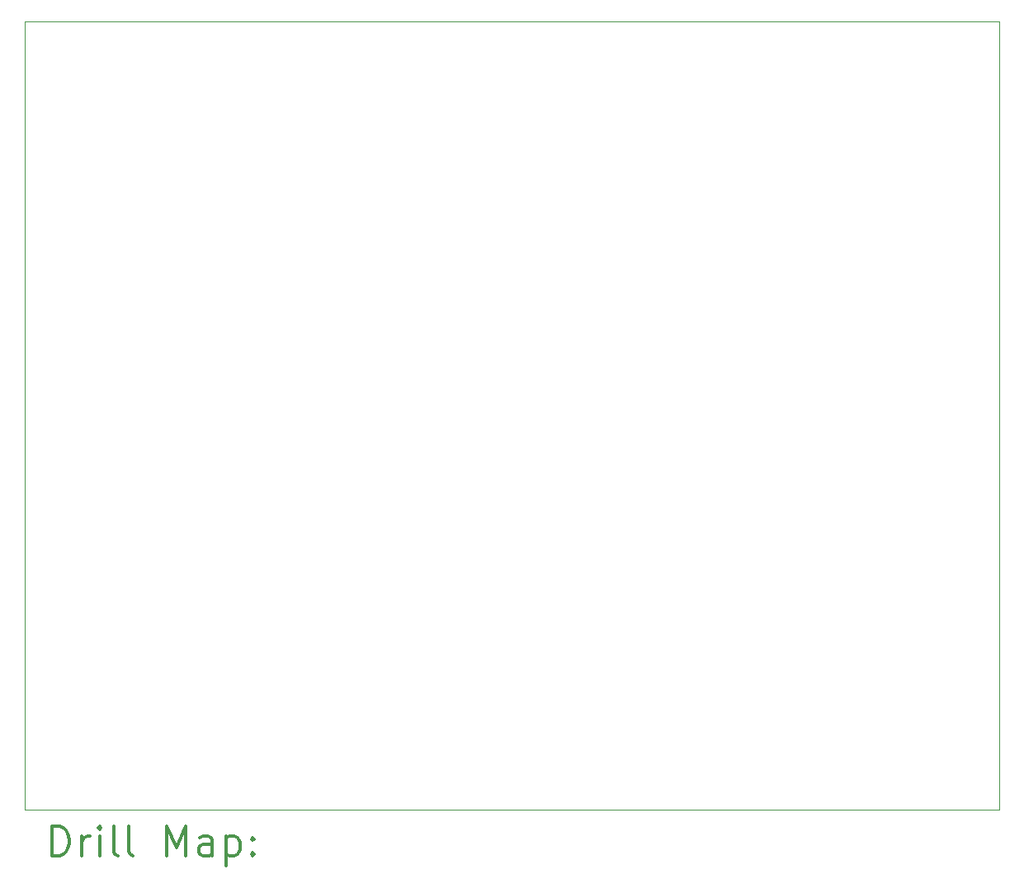
<source format=gbr>
%FSLAX45Y45*%
G04 Gerber Fmt 4.5, Leading zero omitted, Abs format (unit mm)*
G04 Created by KiCad (PCBNEW 5.1.10) date 2021-06-04 18:55:48*
%MOMM*%
%LPD*%
G01*
G04 APERTURE LIST*
%TA.AperFunction,Profile*%
%ADD10C,0.050000*%
%TD*%
%ADD11C,0.200000*%
%ADD12C,0.300000*%
G04 APERTURE END LIST*
D10*
X21024000Y-5558000D02*
X11024000Y-5558000D01*
X11024000Y-5558000D02*
X11024000Y-13658000D01*
X11024000Y-13658000D02*
X21024000Y-13658000D01*
X21024000Y-13658000D02*
X21024000Y-5558000D01*
D11*
D12*
X11307928Y-14126214D02*
X11307928Y-13826214D01*
X11379357Y-13826214D01*
X11422214Y-13840500D01*
X11450786Y-13869071D01*
X11465071Y-13897643D01*
X11479357Y-13954786D01*
X11479357Y-13997643D01*
X11465071Y-14054786D01*
X11450786Y-14083357D01*
X11422214Y-14111929D01*
X11379357Y-14126214D01*
X11307928Y-14126214D01*
X11607928Y-14126214D02*
X11607928Y-13926214D01*
X11607928Y-13983357D02*
X11622214Y-13954786D01*
X11636500Y-13940500D01*
X11665071Y-13926214D01*
X11693643Y-13926214D01*
X11793643Y-14126214D02*
X11793643Y-13926214D01*
X11793643Y-13826214D02*
X11779357Y-13840500D01*
X11793643Y-13854786D01*
X11807928Y-13840500D01*
X11793643Y-13826214D01*
X11793643Y-13854786D01*
X11979357Y-14126214D02*
X11950786Y-14111929D01*
X11936500Y-14083357D01*
X11936500Y-13826214D01*
X12136500Y-14126214D02*
X12107928Y-14111929D01*
X12093643Y-14083357D01*
X12093643Y-13826214D01*
X12479357Y-14126214D02*
X12479357Y-13826214D01*
X12579357Y-14040500D01*
X12679357Y-13826214D01*
X12679357Y-14126214D01*
X12950786Y-14126214D02*
X12950786Y-13969071D01*
X12936500Y-13940500D01*
X12907928Y-13926214D01*
X12850786Y-13926214D01*
X12822214Y-13940500D01*
X12950786Y-14111929D02*
X12922214Y-14126214D01*
X12850786Y-14126214D01*
X12822214Y-14111929D01*
X12807928Y-14083357D01*
X12807928Y-14054786D01*
X12822214Y-14026214D01*
X12850786Y-14011929D01*
X12922214Y-14011929D01*
X12950786Y-13997643D01*
X13093643Y-13926214D02*
X13093643Y-14226214D01*
X13093643Y-13940500D02*
X13122214Y-13926214D01*
X13179357Y-13926214D01*
X13207928Y-13940500D01*
X13222214Y-13954786D01*
X13236500Y-13983357D01*
X13236500Y-14069071D01*
X13222214Y-14097643D01*
X13207928Y-14111929D01*
X13179357Y-14126214D01*
X13122214Y-14126214D01*
X13093643Y-14111929D01*
X13365071Y-14097643D02*
X13379357Y-14111929D01*
X13365071Y-14126214D01*
X13350786Y-14111929D01*
X13365071Y-14097643D01*
X13365071Y-14126214D01*
X13365071Y-13940500D02*
X13379357Y-13954786D01*
X13365071Y-13969071D01*
X13350786Y-13954786D01*
X13365071Y-13940500D01*
X13365071Y-13969071D01*
M02*

</source>
